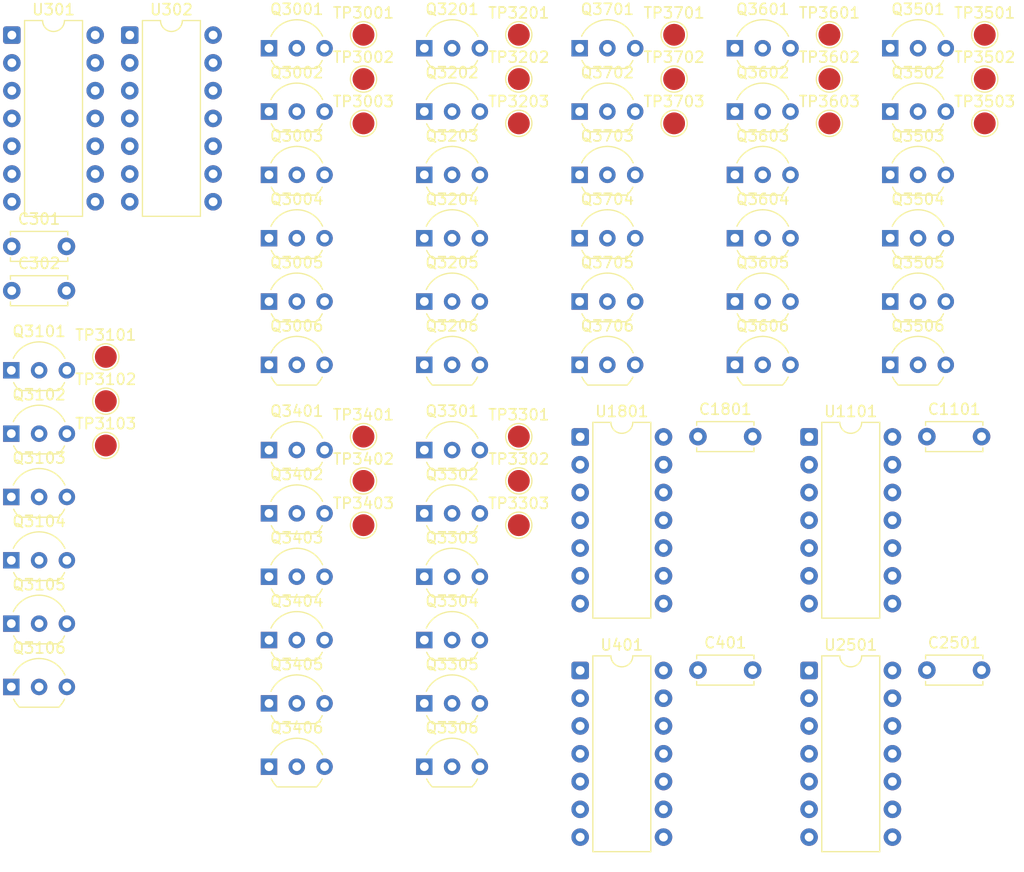
<source format=kicad_pcb>
(kicad_pcb (version 20241229) (generator "pcbnew") (generator_version "9.0")
  (layers (0 "F.Cu" signal) (2 "B.Cu" signal) (13 "F.Paste" user) (15 "B.Paste" user) (5 "F.SilkS" user "F.Silkscreen") (7 "B.SilkS" user "B.Silkscreen") (1 "F.Mask" user) (3 "B.Mask" user) (25 "Edge.Cuts" user))
  (net 0 "")
  (net 1 "GND")
  (net 2 "VCC")
  (net 3 "/8_and/A_0")
  (net 4 "Net-(Q3001-D)")
  (net 5 "Net-(Q3002-S)")
  (net 6 "/8_and/B_0")
  (net 7 "/8_and/AND_0")
  (net 8 "Net-(Q3101-D)")
  (net 9 "/8_and/A_1")
  (net 10 "Net-(Q3102-S)")
  (net 11 "/8_and/B_1")
  (net 12 "/8_and/AND_1")
  (net 13 "/8_and/A_2")
  (net 14 "Net-(Q3201-D)")
  (net 15 "Net-(Q3202-S)")
  (net 16 "/8_and/B_2")
  (net 17 "/8_and/AND_2")
  (net 18 "Net-(Q3301-D)")
  (net 19 "/8_and/A_3")
  (net 20 "Net-(Q3302-S)")
  (net 21 "/8_and/B_3")
  (net 22 "/8_and/AND_3")
  (net 23 "Net-(Q3401-D)")
  (net 24 "/8_and/A_4")
  (net 25 "/8_and/B_4")
  (net 26 "Net-(Q3402-S)")
  (net 27 "/8_and/AND_4")
  (net 28 "Net-(Q3501-D)")
  (net 29 "/8_and/A_5")
  (net 30 "Net-(Q3502-S)")
  (net 31 "/8_and/B_5")
  (net 32 "/8_and/AND_5")
  (net 33 "Net-(Q3601-D)")
  (net 34 "/8_and/A_6")
  (net 35 "Net-(Q3602-S)")
  (net 36 "/8_and/B_6")
  (net 37 "/8_and/AND_6")
  (net 38 "Net-(Q3701-D)")
  (net 39 "/8_and/A_7")
  (net 40 "/8_and/B_7")
  (net 41 "Net-(Q3702-S)")
  (net 42 "/8_and/AND_7")
  (net 43 "/add-sub/2adder1/B_1")
  (net 44 "/add-sub/CTL_ADD_SUB")
  (net 45 "/add-sub/B_2")
  (net 46 "/add-sub/B_1")
  (net 47 "/add-sub/2adder1/B_0")
  (net 48 "/add-sub/B_3")
  (net 49 "/add-sub/B_0")
  (net 50 "/add-sub/2adder2/B_1")
  (net 51 "/add-sub/2adder2/B_0")
  (net 52 "/add-sub/B_7")
  (net 53 "/add-sub/2adder4/B_0")
  (net 54 "/add-sub/B_5")
  (net 55 "/add-sub/B_4")
  (net 56 "/add-sub/B_6")
  (net 57 "/add-sub/2adder3/B_1")
  (net 58 "/add-sub/2adder3/B_0")
  (net 59 "/add-sub/2adder4/B_1")
  (net 60 "Net-(U401-Pad12)")
  (net 61 "Net-(U401-Pad3)")
  (net 62 "/add-sub/A_1")
  (net 63 "/add-sub/S_0")
  (net 64 "/add-sub/S_1")
  (net 65 "/add-sub/2adder1/C_1")
  (net 66 "/add-sub/A_0")
  (net 67 "Net-(U1101-Pad3)")
  (net 68 "/add-sub/2adder2/C_1")
  (net 69 "Net-(U1101-Pad12)")
  (net 70 "/add-sub/S_3")
  (net 71 "/add-sub/2adder1/C_2")
  (net 72 "/add-sub/S_2")
  (net 73 "/add-sub/A_3")
  (net 74 "/add-sub/A_2")
  (net 75 "/add-sub/S_4")
  (net 76 "Net-(U1801-Pad3)")
  (net 77 "/add-sub/2adder2/C_2")
  (net 78 "Net-(U1801-Pad12)")
  (net 79 "/add-sub/A_5")
  (net 80 "/add-sub/A_4")
  (net 81 "/add-sub/S_5")
  (net 82 "/add-sub/2adder3/C_1")
  (net 83 "Net-(U2501-Pad3)")
  (net 84 "Net-(U2501-Pad12)")
  (net 85 "/add-sub/A_6")
  (net 86 "/add-sub/2adder3/C_2")
  (net 87 "/add-sub/S_7")
  (net 88 "/add-sub/2adder4/C_1")
  (net 89 "/add-sub/A_7")
  (net 90 "/add-sub/S_6")
  (footprint "TestPoint:TestPoint_Pad_D2.0mm" (layer "F.Cu") (at 86.08 73.69)
    (property "Reference" "TP3103" (at 0 -1.998 0) (layer "F.SilkS"))
    (property "Value" "AND_OUT")
    (pad "1" smd circle (at 0 0) (size 2 2) (layers "F.Cu" "F.Mask") (net 12 "/8_and/AND_1"))
  )
  (footprint "Package_TO_SOT_THT:TO-92_Inline_Wide" (layer "F.Cu") (at 115.2 97.27)
    (property "Reference" "Q3305" (at 2.54 -3.56 0) (layer "F.SilkS"))
    (property "Value" "PMOS")
    (pad "1" thru_hole rect (at 0 0) (size 1.5 1.5) (drill 0.8) (layers "*.Cu" "*.Mask") (net 22 "/8_and/AND_3"))
    (pad "2" thru_hole circle (at 2.54 0) (size 1.5 1.5) (drill 0.8) (layers "*.Cu" "*.Mask") (net 18 "Net-(Q3301-D)"))
    (pad "3" thru_hole circle (at 5.08 0) (size 1.5 1.5) (drill 0.8) (layers "*.Cu" "*.Mask") (net 2 "VCC"))
  )
  (footprint "Package_TO_SOT_THT:TO-92_Inline_Wide" (layer "F.Cu") (at 143.6 37.37)
    (property "Reference" "Q3601" (at 2.54 -3.56 0) (layer "F.SilkS"))
    (property "Value" "PMOS")
    (pad "1" thru_hole rect (at 0 0) (size 1.5 1.5) (drill 0.8) (layers "*.Cu" "*.Mask") (net 33 "Net-(Q3601-D)"))
    (pad "2" thru_hole circle (at 2.54 0) (size 1.5 1.5) (drill 0.8) (layers "*.Cu" "*.Mask") (net 34 "/8_and/A_6"))
    (pad "3" thru_hole circle (at 5.08 0) (size 1.5 1.5) (drill 0.8) (layers "*.Cu" "*.Mask") (net 2 "VCC"))
  )
  (footprint "Capacitor_THT:C_Disc_D5.0mm_W2.5mm_P5.00mm" (layer "F.Cu") (at 140.22 94.23)
    (property "Reference" "C401" (at 2.5 -2.5 0) (layer "F.SilkS"))
    (property "Value" "100nF")
    (pad "1" thru_hole circle (at 0 0) (size 1.6 1.6) (drill 0.8) (layers "*.Cu" "*.Mask") (net 2 "VCC"))
    (pad "2" thru_hole circle (at 5 0) (size 1.6 1.6) (drill 0.8) (layers "*.Cu" "*.Mask") (net 1 "GND"))
  )
  (footprint "TestPoint:TestPoint_Pad_D2.0mm" (layer "F.Cu") (at 109.64 44.24)
    (property "Reference" "TP3003" (at 0 -1.998 0) (layer "F.SilkS"))
    (property "Value" "AND_OUT")
    (pad "1" smd circle (at 0 0) (size 2 2) (layers "F.Cu" "F.Mask") (net 7 "/8_and/AND_0"))
  )
  (footprint "Capacitor_THT:C_Disc_D5.0mm_W2.5mm_P5.00mm" (layer "F.Cu") (at 161.15 94.23)
    (property "Reference" "C2501" (at 2.5 -2.5 0) (layer "F.SilkS"))
    (property "Value" "100nF")
    (pad "1" thru_hole circle (at 0 0) (size 1.6 1.6) (drill 0.8) (layers "*.Cu" "*.Mask") (net 2 "VCC"))
    (pad "2" thru_hole circle (at 5 0) (size 1.6 1.6) (drill 0.8) (layers "*.Cu" "*.Mask") (net 1 "GND"))
  )
  (footprint "Package_TO_SOT_THT:TO-92_Inline_Wide" (layer "F.Cu") (at 77.44 84.19)
    (property "Reference" "Q3104" (at 2.54 -3.56 0) (layer "F.SilkS"))
    (property "Value" "PMOS")
    (pad "1" thru_hole rect (at 0 0) (size 1.5 1.5) (drill 0.8) (layers "*.Cu" "*.Mask") (net 8 "Net-(Q3101-D)"))
    (pad "2" thru_hole circle (at 2.54 0) (size 1.5 1.5) (drill 0.8) (layers "*.Cu" "*.Mask") (net 11 "/8_and/B_1"))
    (pad "3" thru_hole circle (at 5.08 0) (size 1.5 1.5) (drill 0.8) (layers "*.Cu" "*.Mask") (net 2 "VCC"))
  )
  (footprint "TestPoint:TestPoint_Pad_D2.0mm" (layer "F.Cu") (at 123.84 76.93)
    (property "Reference" "TP3302" (at 0 -1.998 0) (layer "F.SilkS"))
    (property "Value" "AND_IN_B")
    (pad "1" smd circle (at 0 0) (size 2 2) (layers "F.Cu" "F.Mask") (net 21 "/8_and/B_3"))
  )
  (footprint "Package_TO_SOT_THT:TO-92_Inline_Wide" (layer "F.Cu") (at 77.44 66.82)
    (property "Reference" "Q3101" (at 2.54 -3.56 0) (layer "F.SilkS"))
    (property "Value" "PMOS")
    (pad "1" thru_hole rect (at 0 0) (size 1.5 1.5) (drill 0.8) (layers "*.Cu" "*.Mask") (net 8 "Net-(Q3101-D)"))
    (pad "2" thru_hole circle (at 2.54 0) (size 1.5 1.5) (drill 0.8) (layers "*.Cu" "*.Mask") (net 9 "/8_and/A_1"))
    (pad "3" thru_hole circle (at 5.08 0) (size 1.5 1.5) (drill 0.8) (layers "*.Cu" "*.Mask") (net 2 "VCC"))
  )
  (footprint "Package_TO_SOT_THT:TO-92_Inline_Wide" (layer "F.Cu") (at 115.2 54.74)
    (property "Reference" "Q3204" (at 2.54 -3.56 0) (layer "F.SilkS"))
    (property "Value" "PMOS")
    (pad "1" thru_hole rect (at 0 0) (size 1.5 1.5) (drill 0.8) (layers "*.Cu" "*.Mask") (net 14 "Net-(Q3201-D)"))
    (pad "2" thru_hole circle (at 2.54 0) (size 1.5 1.5) (drill 0.8) (layers "*.Cu" "*.Mask") (net 16 "/8_and/B_2"))
    (pad "3" thru_hole circle (at 5.08 0) (size 1.5 1.5) (drill 0.8) (layers "*.Cu" "*.Mask") (net 2 "VCC"))
  )
  (footprint "Package_TO_SOT_THT:TO-92_Inline_Wide" (layer "F.Cu") (at 129.4 37.37)
    (property "Reference" "Q3701" (at 2.54 -3.56 0) (layer "F.SilkS"))
    (property "Value" "PMOS")
    (pad "1" thru_hole rect (at 0 0) (size 1.5 1.5) (drill 0.8) (layers "*.Cu" "*.Mask") (net 38 "Net-(Q3701-D)"))
    (pad "2" thru_hole circle (at 2.54 0) (size 1.5 1.5) (drill 0.8) (layers "*.Cu" "*.Mask") (net 39 "/8_and/A_7"))
    (pad "3" thru_hole circle (at 5.08 0) (size 1.5 1.5) (drill 0.8) (layers "*.Cu" "*.Mask") (net 2 "VCC"))
  )
  (footprint "Package_TO_SOT_THT:TO-92_Inline_Wide" (layer "F.Cu") (at 101 85.69)
    (property "Reference" "Q3403" (at 2.54 -3.56 0) (layer "F.SilkS"))
    (property "Value" "NMOS")
    (pad "1" thru_hole rect (at 0 0) (size 1.5 1.5) (drill 0.8) (layers "*.Cu" "*.Mask") (net 26 "Net-(Q3402-S)"))
    (pad "2" thru_hole circle (at 2.54 0) (size 1.5 1.5) (drill 0.8) (layers "*.Cu" "*.Mask") (net 24 "/8_and/A_4"))
    (pad "3" thru_hole circle (at 5.08 0) (size 1.5 1.5) (drill 0.8) (layers "*.Cu" "*.Mask") (net 1 "GND"))
  )
  (footprint "Package_DIP:DIP-14_W7.62mm" (layer "F.Cu") (at 129.45 94.26)
    (property "Reference" "U401" (at 3.81 -2.33 0) (layer "F.SilkS"))
    (property "Value" "74HC86")
    (pad "1" thru_hole roundrect (at 0 0) (size 1.6 1.6) (drill 0.8) (layers "*.Cu" "*.Mask") (roundrect_rratio 0.15625) (net 66 "/add-sub/A_0"))
    (pad "2" thru_hole circle (at 0 2.54) (size 1.6 1.6) (drill 0.8) (layers "*.Cu" "*.Mask") (net 47 "/add-sub/2adder1/B_0"))
    (pad "3" thru_hole circle (at 0 5.08) (size 1.6 1.6) (drill 0.8) (layers "*.Cu" "*.Mask") (net 61 "Net-(U401-Pad3)"))
    (pad "4" thru_hole circle (at 0 7.62) (size 1.6 1.6) (drill 0.8) (layers "*.Cu" "*.Mask") (net 61 "Net-(U401-Pad3)"))
    (pad "5" thru_hole circle (at 0 10.16) (size 1.6 1.6) (drill 0.8) (layers "*.Cu" "*.Mask") (net 44 "/add-sub/CTL_ADD_SUB"))
    (pad "6" thru_hole circle (at 0 12.7) (size 1.6 1.6) (drill 0.8) (layers "*.Cu" "*.Mask") (net 63 "/add-sub/S_0"))
    (pad "7" thru_hole circle (at 0 15.24) (size 1.6 1.6) (drill 0.8) (layers "*.Cu" "*.Mask") (net 1 "GND"))
    (pad "8" thru_hole circle (at 7.62 15.24) (size 1.6 1.6) (drill 0.8) (layers "*.Cu" "*.Mask") (net 60 "Net-(U401-Pad12)"))
    (pad "9" thru_hole circle (at 7.62 12.7) (size 1.6 1.6) (drill 0.8) (layers "*.Cu" "*.Mask") (net 62 "/add-sub/A_1"))
    (pad "10" thru_hole circle (at 7.62 10.16) (size 1.6 1.6) (drill 0.8) (layers "*.Cu" "*.Mask") (net 43 "/add-sub/2adder1/B_1"))
    (pad "11" thru_hole circle (at 7.62 7.62) (size 1.6 1.6) (drill 0.8) (layers "*.Cu" "*.Mask") (net 64 "/add-sub/S_1"))
    (pad "12" thru_hole circle (at 7.62 5.08) (size 1.6 1.6) (drill 0.8) (layers "*.Cu" "*.Mask") (net 60 "Net-(U401-Pad12)"))
    (pad "13" thru_hole circle (at 7.62 2.54) (size 1.6 1.6) (drill 0.8) (layers "*.Cu" "*.Mask") (net 65 "/add-sub/2adder1/C_1"))
    (pad "14" thru_hole circle (at 7.62 0) (size 1.6 1.6) (drill 0.8) (layers "*.Cu" "*.Mask") (net 2 "VCC"))
  )
  (footprint "Capacitor_THT:C_Disc_D5.0mm_W2.5mm_P5.00mm" (layer "F.Cu") (at 77.48 59.54)
    (property "Reference" "C302" (at 2.5 -2.5 0) (layer "F.SilkS"))
    (property "Value" "100nF")
    (pad "1" thru_hole circle (at 0 0) (size 1.6 1.6) (drill 0.8) (layers "*.Cu" "*.Mask") (net 2 "VCC"))
    (pad "2" thru_hole circle (at 5 0) (size 1.6 1.6) (drill 0.8) (layers "*.Cu" "*.Mask") (net 1 "GND"))
  )
  (footprint "Package_TO_SOT_THT:TO-92_Inline_Wide" (layer "F.Cu") (at 101 43.16)
    (property "Reference" "Q3002" (at 2.54 -3.56 0) (layer "F.SilkS"))
    (property "Value" "NMOS")
    (pad "1" thru_hole rect (at 0 0) (size 1.5 1.5) (drill 0.8) (layers "*.Cu" "*.Mask") (net 4 "Net-(Q3001-D)"))
    (pad "2" thru_hole circle (at 2.54 0) (size 1.5 1.5) (drill 0.8) (layers "*.Cu" "*.Mask") (net 6 "/8_and/B_0"))
    (pad "3" thru_hole circle (at 5.08 0) (size 1.5 1.5) (drill 0.8) (layers "*.Cu" "*.Mask") (net 5 "Net-(Q3002-S)"))
  )
  (footprint "Capacitor_THT:C_Disc_D5.0mm_W2.5mm_P5.00mm" (layer "F.Cu") (at 140.22 72.88)
    (property "Reference" "C1801" (at 2.5 -2.5 0) (layer "F.SilkS"))
    (property "Value" "100nF")
    (pad "1" thru_hole circle (at 0 0) (size 1.6 1.6) (drill 0.8) (layers "*.Cu" "*.Mask") (net 2 "VCC"))
    (pad "2" thru_hole circle (at 5 0) (size 1.6 1.6) (drill 0.8) (layers "*.Cu" "*.Mask") (net 1 "GND"))
  )
  (footprint "Package_TO_SOT_THT:TO-92_Inline_Wide" (layer "F.Cu") (at 129.4 48.95)
    (property "Reference" "Q3703" (at 2.54 -3.56 0) (layer "F.SilkS"))
    (property "Value" "NMOS")
    (pad "1" thru_hole rect (at 0 0) (size 1.5 1.5) (drill 0.8) (layers "*.Cu" "*.Mask") (net 41 "Net-(Q3702-S)"))
    (pad "2" thru_hole circle (at 2.54 0) (size 1.5 1.5) (drill 0.8) (layers "*.Cu" "*.Mask") (net 39 "/8_and/A_7"))
    (pad "3" thru_hole circle (at 5.08 0) (size 1.5 1.5) (drill 0.8) (layers "*.Cu" "*.Mask") (net 1 "GND"))
  )
  (footprint "TestPoint:TestPoint_Pad_D2.0mm" (layer "F.Cu") (at 138.04 36.14)
    (property "Reference" "TP3701" (at 0 -1.998 0) (layer "F.SilkS"))
    (property "Value" "AND_IN_A")
    (pad "1" smd circle (at 0 0) (size 2 2) (layers "F.Cu" "F.Mask") (net 39 "/8_and/A_7"))
  )
  (footprint "Package_TO_SOT_THT:TO-92_Inline_Wide" (layer "F.Cu") (at 157.8 54.74)
    (property "Reference" "Q3504" (at 2.54 -3.56 0) (layer "F.SilkS"))
    (property "Value" "PMOS")
    (pad "1" thru_hole rect (at 0 0) (size 1.5 1.5) (drill 0.8) (layers "*.Cu" "*.Mask") (net 28 "Net-(Q3501-D)"))
    (pad "2" thru_hole circle (at 2.54 0) (size 1.5 1.5) (drill 0.8) (layers "*.Cu" "*.Mask") (net 31 "/8_and/B_5"))
    (pad "3" thru_hole circle (at 5.08 0) (size 1.5 1.5) (drill 0.8) (layers "*.Cu" "*.Mask") (net 2 "VCC"))
  )
  (footprint "TestPoint:TestPoint_Pad_D2.0mm" (layer "F.Cu") (at 138.04 44.24)
    (property "Reference" "TP3703" (at 0 -1.998 0) (layer "F.SilkS"))
    (property "Value" "AND_OUT")
    (pad "1" smd circle (at 0 0) (size 2 2) (layers "F.Cu" "F.Mask") (net 42 "/8_and/AND_7"))
  )
  (footprint "TestPoint:TestPoint_Pad_D2.0mm" (layer "F.Cu") (at 166.44 36.14)
    (property "Reference" "TP3501" (at 0 -1.998 0) (layer "F.SilkS"))
    (property "Value" "AND_IN_A")
    (pad "1" smd circle (at 0 0) (size 2 2) (layers "F.Cu" "F.Mask") (net 29 "/8_and/A_5"))
  )
  (footprint "Package_TO_SOT_THT:TO-92_Inline_Wide" (layer "F.Cu") (at 77.44 95.77)
    (property "Reference" "Q3106" (at 2.54 -3.56 0) (layer "F.SilkS"))
    (property "Value" "NMOS")
    (pad "1" thru_hole rect (at 0 0) (size 1.5 1.5) (drill 0.8) (layers "*.Cu" "*.Mask") (net 12 "/8_and/AND_1"))
    (pad "2" thru_hole circle (at 2.54 0) (size 1.5 1.5) (drill 0.8) (layers "*.Cu" "*.Mask") (net 8 "Net-(Q3101-D)"))
    (pad "3" thru_hole circle (at 5.08 0) (size 1.5 1.5) (drill 0.8) (layers "*.Cu" "*.Mask") (net 1 "GND"))
  )
  (footprint "Package_DIP:DIP-14_W7.62mm" (layer "F.Cu") (at 129.45 72.91)
    (property "Reference" "U1801" (at 3.81 -2.33 0) (layer "F.SilkS"))
    (property "Value" "74HC86")
    (pad "1" thru_hole roundrect (at 0 0) (size 1.6 1.6) (drill 0.8) (layers "*.Cu" "*.Mask") (roundrect_rratio 0.15625) (net 80 "/add-sub/A_4"))
    (pad "2" thru_hole circle (at 0 2.54) (size 1.6 1.6) (drill 0.8) (layers "*.Cu" "*.Mask") (net 58 "/add-sub/2adder3/B_0"))
    (pad "3" thru_hole circle (at 0 5.08) (size 1.6 1.6) (drill 0.8) (layers "*.Cu" "*.Mask") (net 76 "Net-(U1801-Pad3)"))
    (pad "4" thru_hole circle (at 0 7.62) (size 1.6 1.6) (drill 0.8) (layers "*.Cu" "*.Mask") (net 76 "Net-(U1801-Pad3)"))
    (pad "5" thru_hole circle (at 0 10.16) (size 1.6 1.6) (drill 0.8) (layers "*.Cu" "*.Mask") (net 77 "/add-sub/2adder2/C_2"))
    (pad "6" thru_hole circle (at 0 12.7) (size 1.6 1.6) (drill 0.8) (layers "*.Cu" "*.Mask") (net 75 "/add-sub/S_4"))
    (pad "7" thru_hole circle (at 0 15.24) (size 1.6 1.6) (drill 0.8) (layers "*.Cu" "*.Mask") (net 1 "GND"))
    (pad "8" thru_hole circle (at 7.62 15.24) (size 1.6 1.6) (drill 0.8) (layers "*.Cu" "*.Mask") (net 78 "Net-(U1801-Pad12)"))
    (pad "9" thru_hole circle (at 7.62 12.7) (size 1.6 1.6) (drill 0.8) (layers "*.Cu" "*.Mask") (net 79 "/add-sub/A_5"))
    (pad "10" thru_hole circle (at 7.62 10.16) (size 1.6 1.6) (drill 0.8) (layers "*.Cu" "*.Mask") (net 57 "/add-sub/2adder3/B_1"))
    (pad "11" thru_hole circle (at 7.62 7.62) (size 1.6 1.6) (drill 0.8) (layers "*.Cu" "*.Mask") (net 81 "/add-sub/S_5"))
    (pad "12" thru_hole circle (at 7.62 5.08) (size 1.6 1.6) (drill 0.8) (layers "*.Cu" "*.Mask") (net 78 "Net-(U1801-Pad12)"))
    (pad "13" thru_hole circle (at 7.62 2.54) (size 1.6 1.6) (drill 0.8) (layers "*.Cu" "*.Mask") (net 82 "/add-sub/2adder3/C_1"))
    (pad "14" thru_hole circle (at 7.62 0) (size 1.6 1.6) (drill 0.8) (layers "*.Cu" "*.Mask") (net 2 "VCC"))
  )
  (footprint "Package_TO_SOT_THT:TO-92_Inline_Wide" (layer "F.Cu") (at 77.44 89.98)
    (property "Reference" "Q3105" (at 2.54 -3.56 0) (layer "F.SilkS"))
    (property "Value" "PMOS")
    (pad "1" thru_hole rect (at 0 0) (size 1.5 1.5) (drill 0.8) (layers "*.Cu" "*.Mask") (net 12 "/8_and/AND_1"))
    (pad "2" thru_hole circle (at 2.54 0) (size 1.5 1.5) (drill 0.8) (layers "*.Cu" "*.Mask") (net 8 "Net-(Q3101-D)"))
    (pad "3" thru_hole circle (at 5.08 0) (size 1.5 1.5) (drill 0.8) (layers "*.Cu" "*.Mask") (net 2 "VCC"))
  )
  (footprint "TestPoint:TestPoint_Pad_D2.0mm" (layer "F.Cu") (at 152.24 44.24)
    (property "Reference" "TP3603" (at 0 -1.998 0) (layer "F.SilkS"))
    (property "Value" "AND_OUT")
    (pad "1" smd circle (at 0 0) (size 2 2) (layers "F.Cu" "F.Mask") (net 37 "/8_and/AND_6"))
  )
  (footprint "TestPoint:TestPoint_Pad_D2.0mm" (layer "F.Cu") (at 123.84 36.14)
    (property "Reference" "TP3201" (at 0 -1.998 0) (layer "F.SilkS"))
    (property "Value" "AND_IN_A")
    (pad "1" smd circle (at 0 0) (size 2 2) (layers "F.Cu" "F.Mask") (net 13 "/8_and/A_2"))
  )
  (footprint "Package_TO_SOT_THT:TO-92_Inline_Wide" (layer "F.Cu") (at 157.8 66.32)
    (property "Reference" "Q3506" (at 2.54 -3.56 0) (layer "F.SilkS"))
    (property "Value" "NMOS")
    (pad "1" thru_hole rect (at 0 0) (size 1.5 1.5) (drill 0.8) (layers "*.Cu" "*.Mask") (net 32 "/8_and/AND_5"))
    (pad "2" thru_hole circle (at 2.54 0) (size 1.5 1.5) (drill 0.8) (layers "*.Cu" "*.Mask") (net 28 "Net-(Q3501-D)"))
    (pad "3" thru_hole circle (at 5.08 0) (size 1.5 1.5) (drill 0.8) (layers "*.Cu" "*.Mask") (net 1 "GND"))
  )
  (footprint "Package_TO_SOT_THT:TO-92_Inline_Wide" (layer "F.Cu") (at 143.6 60.53)
    (property "Reference" "Q3605" (at 2.54 -3.56 0) (layer "F.SilkS"))
    (property "Value" "PMOS")
    (pad "1" thru_hole rect (at 0 0) (size 1.5 1.5) (drill 0.8) (layers "*.Cu" "*.Mask") (net 37 "/8_and/AND_6"))
    (pad "2" thru_hole circle (at 2.54 0) (size 1.5 1.5) (drill 0.8) (layers "*.Cu" "*.Mask") (net 33 "Net-(Q3601-D)"))
    (pad "3" thru_hole circle (at 5.08 0) (size 1.5 1.5) (drill 0.8) (layers "*.Cu" "*.Mask") (net 2 "VCC"))
  )
  (footprint "Package_DIP:DIP-14_W7.62mm" (layer "F.Cu") (at 77.49 36.17)
    (property "Reference" "U301" (at 3.81 -2.33 0) (layer "F.SilkS"))
    (property "Value" "74HC86")
    (pad "1" thru_hole roundrect (at 0 0) (size 1.6 1.6) (drill 0.8) (layers "*.Cu" "*.Mask") (roundrect_rratio 0.15625) (net 44 "/add-sub/CTL_ADD_SUB"))
    (pad "2" thru_hole circle (at 0 2.54) (size 1.6 1.6) (drill 0.8) (layers "*.Cu" "*.Mask") (net 49 "/add-sub/B_0"))
    (pad "3" thru_hole circle (at 0 5.08) (size 1.6 1.6) (drill 0.8) (layers "*.Cu" "*.Mask") (net 47 "/add-sub/2adder1/B_0"))
    (pad "4" thru_hole circle (at 0 7.62) (size 1.6 1.6) (drill 0.8) (layers "*.Cu" "*.Mask") (net 44 "/add-sub/CTL_ADD_SUB"))
    (pad "5" thru_hole circle (at 0 10.16) (size 1.6 1.6) (drill 0.8) (layers "*.Cu" "*.Mask") (net 46 "/add-sub/B_1"))
    (pad "6" thru_hole circle (at 0 12.7) (size 1.6 1.6) (drill 0.8) (layers "*.Cu" "*.Mask") (net 43 "/add-sub/2adder1/B_1"))
    (pad "7" thru_hole circle (at 0 15.24) (size 1.6 1.6) (drill 0.8) (layers "*.Cu" "*.Mask") (net 1 "GND"))
    (pad "8" thru_hole circle (at 7.62 15.24) (size 1.6 1.6) (drill 0.8) (layers "*.Cu" "*.Mask") (net 51 "/add-sub/2adder2/B_0"))
    (pad "9" thru_hole circle (at 7.62 12.7) (size 1.6 1.6) (drill 0.8) (layers "*.Cu" "*.Mask") (net 44 "/add-sub/CTL_ADD_SUB"))
    (pad "10" thru_hole circle (at 7.62 10.16) (size 1.6 1.6) (drill 0.8) (layers "*.Cu" "*.Mask") (net 45 "/add-sub/B_2"))
    (pad "11" thru_hole circle (at 7.62 7.62) (size 1.6 1.6) (drill 0.8) (layers "*.Cu" "*.Mask") (net 50 "/add-sub/2adder2/B_1"))
    (pad "12" thru_hole circle (at 7.62 5.08) (size 1.6 1.6) (drill 0.8) (layers "*.Cu" "*.Mask") (net 44 "/add-sub/CTL_ADD_SUB"))
    (pad "13" thru_hole circle (at 7.62 2.54) (size 1.6 1.6) (drill 0.8) (layers "*.Cu" "*.Mask") (net 48 "/add-sub/B_3"))
    (pad "14" thru_hole circle (at 7.62 0) (size 1.6 1.6) (drill 0.8) (layers "*.Cu" "*.Mask") (net 2 "VCC"))
  )
  (footprint "TestPoint:TestPoint_Pad_D2.0mm" (layer "F.Cu") (at 166.44 40.19)
    (property "Reference" "TP3502" (at 0 -1.998 0) (layer "F.SilkS"))
    (property "Value" "AND_IN_B")
    (pad "1" smd circle (at 0 0) (size 2 2) (layers "F.Cu" "F.Mask") (net 31 "/8_and/B_5"))
  )
  (footprint "Package_TO_SOT_THT:TO-92_Inline_Wide" (layer "F.Cu") (at 129.4 60.53)
    (property "Reference" "Q3705" (at 2.54 -3.56 0) (layer "F.SilkS"))
    (property "Value" "PMOS")
    (pad "1" thru_hole rect (at 0 0) (size 1.5 1.5) (drill 0.8) (layers "*.Cu" "*.Mask") (net 42 "/8_and/AND_7"))
    (pad "2" thru_hole circle (at 2.54 0) (size 1.5 1.5) (drill 0.8) (layers "*.Cu" "*.Mask") (net 38 "Net-(Q3701-D)"))
    (pad "3" thru_hole circle (at 5.08 0) (size 1.5 1.5) (drill 0.8) (layers "*.Cu" "*.Mask") (net 2 "VCC"))
  )
  (footprint "Capacitor_THT:C_Disc_D5.0mm_W2.5mm_P5.00mm" (layer "F.Cu") (at 161.15 72.88)
    (property "Reference" "C1101" (at 2.5 -2.5 0) (layer "F.SilkS"))
    (property "Value" "100nF")
    (pad "1" thru_hole circle (at 0 0) (size 1.6 1.6) (drill 0.8) (layers "*.Cu" "*.Mask") (net 2 "VCC"))
    (pad "2" thru_hole circle (at 5 0) (size 1.6 1.6) (drill 0.8) (layers "*.Cu" "*.Mask") (net 1 "GND"))
  )
  (footprint "Package_TO_SOT_THT:TO-92_Inline_Wide" (layer "F.Cu") (at 101 66.32)
    (property "Reference" "Q3006" (at 2.54 -3.56 0) (layer "F.SilkS"))
    (property "Value" "NMOS")
    (pad "1" thru_hole rect (at 0 0) (size 1.5 1.5) (drill 0.8) (layers "*.Cu" "*.Mask") (net 7 "/8_and/AND_0"))
    (pad "2" thru_hole circle (at 2.54 0) (size 1.5 1.5) (drill 0.8) (layers "*.Cu" "*.Mask") (net 4 "Net-(Q3001-D)"))
    (pad "3" thru_hole circle (at 5.08 0) (size 1.5 1.5) (drill 0.8) (layers "*.Cu" "*.Mask") (net 1 "GND"))
  )
  (footprint "TestPoint:TestPoint_Pad_D2.0mm" (layer "F.Cu") (at 123.84 80.98)
    (property "Reference" "TP3303" (at 0 -1.998 0) (layer "F.SilkS"))
    (property "Value" "AND_OUT")
    (pad "1" smd circle (at 0 0) (size 2 2) (layers "F.Cu" "F.Mask") (net 22 "/8_and/AND_3"))
  )
  (footprint "Package_TO_SOT_THT:TO-92_Inline_Wide" (layer "F.Cu") (at 129.4 43.16)
    (property "Reference" "Q3702" (at 2.54 -3.56 0) (layer "F.SilkS"))
    (property "Value" "NMOS")
    (pad "1" thru_hole rect (at 0 0) (size 1.5 1.5) (drill 0.8) (layers "*.Cu" "*.Mask") (net 38 "Net-(Q3701-D)"))
    (pad "2" thru_hole circle (at 2.54 0) (size 1.5 1.5) (drill 0.8) (layers "*.Cu" "*.Mask") (net 40 "/8_and/B_7"))
    (pad "3" thru_hole circle (at 5.08 0) (size 1.5 1.5) (drill 0.8) (layers "*.Cu" "*.Mask") (net 41 "Net-(Q3702-S)"))
  )
  (footprint "TestPoint:TestPoint_Pad_D2.0mm" (layer "F.Cu") (at 123.84 44.24)
    (property "Reference" "TP3203" (at 0 -1.998 0) (layer "F.SilkS"))
    (property "Value" "AND_OUT")
    (pad "1" smd circle (at 0 0) (size 2 2) (layers "F.Cu" "F.Mask") (net 17 "/8_and/AND_2"))
  )
  (footprint "Package_TO_SOT_THT:TO-92_Inline_Wide" (layer "F.Cu") (at 143.6 43.16)
    (property "Reference" "Q3602" (at 2.54 -3.56 0) (layer "F.SilkS"))
    (property "Value" "NMOS")
    (pad "1" thru_hole rect (at 0 0) (size 1.5 1.5) (drill 0.8) (layers "*.Cu" "*.Mask") (net 33 "Net-(Q3601-D)"))
    (pad "2" thru_hole circle (at 2.54 0) (size 1.5 1.5) (drill 0.8) (layers "*.Cu" "*.Mask") (net 36 "/8_and/B_6"))
    (pad "3" thru_hole circle (at 5.08 0) (size 1.5 1.5) (drill 0.8) (layers "*.Cu" "*.Mask") (net 35 "Net-(Q3602-S)"))
  )
  (footprint "Package_TO_SOT_THT:TO-92_Inline_Wide" (layer "F.Cu") (at 101 54.74)
    (property "Reference" "Q3004" (at 2.54 -3.56 0) (layer "F.SilkS"))
    (property "Value" "PMOS")
    (pad "1" thru_hole rect (at 0 0) (size 1.5 1.5) (drill 0.8) (layers "*.Cu" "*.Mask") (net 4 "Net-(Q3001-D)"))
    (pad "2" thru_hole circle (at 2.54 0) (size 1.5 1.5) (drill 0.8) (layers "*.Cu" "*.Mask") (net 6 "/8_and/B_0"))
    (pad "3" thru_hole circle (at 5.08 0) (size 1.5 1.5) (drill 0.8) (layers "*.Cu" "*.Mask") (net 2 "VCC"))
  )
  (footprint "TestPoint:TestPoint_Pad_D2.0mm" (layer "F.Cu") (at 109.64 80.98)
    (property "Reference" "TP3403" (at 0 -1.998 0) (layer "F.SilkS"))
    (property "Value" "AND_OUT")
    (pad "1" smd circle (at 0 0) (size 2 2) (layers "F.Cu" "F.Mask") (net 27 "/8_and/AND_4"))
  )
  (footprint "Package_DIP:DIP-14_W7.62mm" (layer "F.Cu") (at 88.27 36.17)
    (property "Reference" "U302" (at 3.81 -2.33 0) (layer "F.SilkS"))
    (property "Value" "74HC86")
    (pad "1" thru_hole roundrect (at 0 0) (size 1.6 1.6) (drill 0.8) (layers "*.Cu" "*.Mask") (roundrect_rratio 0.15625) (net 44 "/add-sub/CTL_ADD_SUB"))
    (pad "2" thru_hole circle (at 0 2.54) (size 1.6 1.6) (drill 0.8) (layers "*.Cu" "*.Mask") (net 55 "/add-sub/B_4"))
    (pad "3" thru_hole circle (at 0 5.08) (size 1.6 1.6) (drill 0.8) (layers "*.Cu" "*.Mask") (net 58 "/add-sub/2adder3/B_0"))
    (pad "4" thru_hole circle (at 0 7.62) (size 1.6 1.6) (drill 0.8) (layers "*.Cu" "*.Mask") (net 44 "/add-sub/CTL_ADD_SUB"))
    (pad "5" thru_hole circle (at 0 10.16) (size 1.6 1.6) (drill 0.8) (layers "*.Cu" "*.Mask") (net 54 "/add-sub/B_5"))
    (pad "6" thru_hole circle (at 0 12.7) (size 1.6 1.6) (drill 0.8) (layers "*.Cu" "*.Mask") (net 57 "/add-sub/2adder3/B_1"))
    (pad "7" thru_hole circle (at 0 15.24) (size 1.6 1.6) (drill 0.8) (layers "*.Cu" "*.Mask") (net 1 "GND"))
    (pad "8" thru_hole circle (at 7.62 15.24) (size 1.6 1.6) (drill 0.8) (layers "*.Cu" "*.Mask") (net 53 "/add-sub/2adder4/B_0"))
    (pad "9" thru_hole circle (at 7.62 12.7) (size 1.6 1.6) (drill 0.8) (layers "*.Cu" "*.Mask") (net 44 "/add-sub/CTL_ADD_SUB"))
    (pad "10" thru_hole circle (at 7.62 10.16) (size 1.6 1.6) (drill 0.8) (layers "*.Cu" "*.Mask") (net 56 "/add-sub/B_6"))
    (pad "11" thru_hole circle (at 7.62 7.62) (size 1.6 1.6) (drill 0.8) (layers "*.Cu" "*.Mask") (net 59 "/add-sub/2adder4/B_1"))
    (pad "12" thru_hole circle (at 7.62 5.08) (size 1.6 1.6) (drill 0.8) (layers "*.Cu" "*.Mask") (net 44 "/add-sub/CTL_ADD_SUB"))
    (pad "13" thru_hole circle (at 7.62 2.54) (size 1.6 1.6) (drill 0.8) (layers "*.Cu" "*.Mask") (net 52 "/add-sub/B_7"))
    (pad "14" thru_hole circle (at 7.62 0) (size 1.6 1.6) (drill 0.8) (layers "*.Cu" "*.Mask") (net 2 "VCC"))
  )
  (footprint "Package_TO_SOT_THT:TO-92_Inline_Wide" (layer "F.Cu") (at 101 37.37)
    (property "Reference" "Q3001" (at 2.54 -3.56 0) (layer "F.SilkS"))
    (property "Value" "PMOS")
    (pad "1" thru_hole rect (at 0 0) (size 1.5 1.5) (drill 0.8) (layers "*.Cu" "*.Mask") (net 4 "Net-(Q3001-D)"))
    (pad "2" thru_hole circle (at 2.54 0) (size 1.5 1.5) (drill 0.8) (layers "*.Cu" "*.Mask") (net 3 "/8_and/A_0"))
    (pad "3" thru_hole circle (at 5.08 0) (size 1.5 1.5) (drill 0.8) (layers "*.Cu" "*.Mask") (net 2 "VCC"))
  )
  (footprint "Package_TO_SOT_THT:TO-92_Inline_Wide" (layer "F.Cu") (at 115.2 66.32)
    (property "Reference" "Q3206" (at 2.54 -3.56 0) (layer "F.SilkS"))
    (property "Value" "NMOS")
    (pad "1" thru_hole rect (at 0 0) (size 1.5 1.5) (drill 0.8) (layers "*.Cu" "*.Mask") (net 17 "/8_and/AND_2"))
    (pad "2" thru_hole circle (at 2.54 0) (size 1.5 1.5) (drill 0.8) (layers "*.Cu" "*.Mask") (net 14 "Net-(Q3201-D)"))
    (pad "3" thru_hole circle (at 5.08 0) (size 1.5 1.5) (drill 0.8) (layers "*.Cu" "*.Mask") (net 1 "GND"))
  )
  (footprint "Package_TO_SOT_THT:TO-92_Inline_Wide" (layer "F.Cu") (at 157.8 43.16)
    (property "Reference" "Q3502" (at 2.54 -3.56 0) (layer "F.SilkS"))
    (property "Value" "NMOS")
    (pad "1" thru_hole rect (at 0 0) (size 1.5 1.5) (drill 0.8) (layers "*.Cu" "*.Mask") (net 28 "Net-(Q3501-D)"))
    (pad "2" thru_hole circle (at 2.54 0) (size 1.5 1.5) (drill 0.8) (layers "*.Cu" "*.Mask") (net 31 "/8_and/B_5"))
    (pad "3" thru_hole circle (at 5.08 0) (size 1.5 1.5) (drill 0.8) (layers "*.Cu" "*.Mask") (net 30 "Net-(Q3502-S)"))
  )
  (footprint "Package_TO_SOT_THT:TO-92_Inline_Wide" (layer "F.Cu") (at 143.6 54.74)
    (property "Reference" "Q3604" (at 2.54 -3.56 0) (layer "F.SilkS"))
    (property "Value" "PMOS")
    (pad "1" thru_hole rect (at 0 0) (size 1.5 1.5) (drill 0.8) (layers "*.Cu" "*.Mask") (net 33 "Net-(Q3601-D)"))
    (pad "2" thru_hole circle (at 2.54 0) (size 1.5 1.5) (drill 0.8) (layers "*.Cu" "*.Mask") (net 36 "/8_and/B_6"))
    (pad "3" thru_hole circle (at 5.08 0) (size 1.5 1.5) (drill 0.8) (layers "*.Cu" "*.Mask") (net 2 "VCC"))
  )
  (footprint "TestPoint:TestPoint_Pad_D2.0mm" (layer "F.Cu") (at 123.84 72.88)
    (property "Reference" "TP3301" (at 0 -1.998 0) (layer "F.SilkS"))
    (property "Value" "AND_IN_A")
    (pad "1" smd circle (at 0 0) (size 2 2) (layers "F.Cu" "F.Mask") (net 19 "/8_and/A_3"))
  )
  (footprint "Package_TO_SOT_THT:TO-92_Inline_Wide" (layer "F.Cu") (at 115.2 48.95)
    (property "Reference" "Q3203" (at 2.54 -3.56 0) (layer "F.SilkS"))
    (property "Value" "NMOS")
    (pad "1" thru_hole rect (at 0 0) (size 1.5 1.5) (drill 0.8) (layers "*.Cu" "*.Mask") (net 15 "Net-(Q3202-S)"))
    (pad "2" thru_hole circle (at 2.54 0) (size 1.5 1.5) (drill 0.8) (layers "*.Cu" "*.Mask") (net 13 "/8_and/A_2"))
    (pad "3" thru_hole circle (at 5.08 0) (size 1.5 1.5) (drill 0.8) (layers "*.Cu" "*.Mask") (net 1 "GND"))
  )
  (footprint "Package_DIP:DIP-14_W7.62mm" (layer "F.Cu") (at 150.38 72.91)
    (property "Reference" "U1101" (at 3.81 -2.33 0) (layer "F.SilkS"))
    (property "Value" "74HC86")
    (pad "1" thru_hole roundrect (at 0 0) (size 1.6 1.6) (drill 0.8) (layers "*.Cu" "*.Mask") (roundrect_rratio 0.15625) (net 74 "/add-sub/A_2"))
    (pad "2" thru_hole circle (at 0 2.54) (size 1.6 1.6) (drill 0.8) (layers "*.Cu" "*.Mask") (net 51 "/add-sub/2adder2/B_0"))
    (pad "3" thru_hole circle (at 0 5.08) (size 1.6 1.6) (drill 0.8) (layers "*.Cu" "*.Mask") (net 67 "Net-(U1101-Pad3)"))
    (pad "4" thru_hole circle (at 0 7.62) (size 1.6 1.6) (drill 0.8) (layers "*.Cu" "*.Mask") (net 67 "Net-(U1101-Pad3)"))
    (pad "5" thru_hole circle (at 0 10.16) (size 1.6 1.6) (drill 0.8) (layers "*.Cu" "*.Mask") (net 71 "/add-sub/2adder1/C_2"))
    (pad "6" thru_hole circle (at 0 12.7) (size 1.6 1.6) (drill 0.8) (layers "*.Cu" "*.Mask") (net 72 "/add-sub/S_2"))
    (pad "7" thru_hole circle (at 0 15.24) (size 1.6 1.6) (drill 0.8) (layers "*.Cu" "*.Mask") (net 1 "GND"))
    (pad "8" thru_hole circle (at 7.62 15.24) (size 1.6 1.6) (drill 0.8) (layers "*.Cu" "*.Mask") (net 69 "Net-(U1101-Pad12)"))
    (pad "9" thru_hole circle (at 7.62 12.7) (size 1.6 1.6) (drill 0.8) (layers "*.Cu" "*.Mask") (net 73 "/add-sub/A_3"))
    (pad "10" thru_hole circle (at 7.62 10.16) (size 1.6 1.6) (drill 0.8) (layers "*.Cu" "*.Mask") (net 50 "/add-sub/2adder2/B_1"))
    (pad "11" thru_hole circle (at 7.62 7.62) (size 1.6 1.6) (drill 0.8) (layers "*.Cu" "*.Mask") (net 70 "/add-sub/S_3"))
    (pad "12" thru_hole circle (at 7.62 5.08) (size 1.6 1.6) (drill 0.8) (layers "*.Cu" "*.Mask") (net 69 "Net-(U1101-Pad12)"))
    (pad "13" thru_hole circle (at 7.62 2.54) (size 1.6 1.6) (drill 0.8) (layers "*.Cu" "*.Mask") (net 68 "/add-sub/2adder2/C_1"))
    (pad "14" thru_hole circle (at 7.62 0) (size 1.6 1.6) (drill 0.8) (layers "*.Cu" "*.Mask") (net 2 "VCC"))
  )
  (footprint "Package_TO_SOT_THT:TO-92_Inline_Wide" (layer "F.Cu") (at 115.2 60.53)
    (property "Reference" "Q3205" (at 2.54 -3.56 0) (layer "F.SilkS"))
    (property "Value" "PMOS")
    (pad "1" thru_hole rect (at 0 0) (size 1.5 1.5) (drill 0.8) (layers "*.Cu" "*.Mask") (net 17 "/8_and/AND_2"))
    (pad "2" thru_hole circle (at 2.54 0) (size 1.5 1.5) (drill 0.8) (layers "*.Cu" "*.Mask") (net 14 "Net-(Q3201-D)"))
    (pad "3" thru_hole circle (at 5.08 0) (size 1.5 1.5) (drill 0.8) (layers "*.Cu" "*.Mask") (net 2 "VCC"))
  )
  (footprint "Package_TO_SOT_THT:TO-92_Inline_Wide" (layer "F.Cu") (at 101 48.95)
    (property "Reference" "Q3003" (at 2.54 -3.56 0) (layer "F.SilkS"))
    (property "Value" "NMOS")
    (pad "1" thru_hole rect (at 0 0) (size 1.5 1.5) (drill 0.8) (layers "*.Cu" "*.Mask") (net 5 "Net-(Q3002-S)"))
    (pad "2" thru_hole circle (at 2.54 0) (size 1.5 1.5) (drill 0.8) (layers "*.Cu" "*.Mask") (net 3 "/8_and/A_0"))
    (pad "3" thru_hole circle (at 5.08 0) (size 1.5 1.5) (drill 0.8) (layers "*.Cu" "*.Mask") (net 1 "GND"))
  )
  (footprint "TestPoint:TestPoint_Pad_D2.0mm" (layer "F.Cu") (at 138.04 40.19)
    (property "Reference" "TP3702" (at 0 -1.998 0) (layer "F.SilkS"))
    (property "Value" "AND_IN_B")
    (pad "1" smd circle (at 0 0) (size 2 2) (layers "F.Cu" "F.Mask") (net 40 "/8_and/B_7"))
  )
  (footprint "Package_TO_SOT_THT:TO-92_Inline_Wide" (layer "F.Cu") (at 115.2 85.69)
    (property "Reference" "Q3303" (at 2.54 -3.56 0) (layer "F.SilkS"))
    (property "Value" "NMOS")
    (pad "1" thru_hole rect (at 0 0) (size 1.5 1.5) (drill 0.8) (layers "*.Cu" "*.Mask") (net 20 "Net-(Q3302-S)"))
    (pad "2" thru_hole circle (at 2.54 0) (size 1.5 1.5) (drill 0.8) (layers "*.Cu" "*.Mask") (net 19 "/8_and/A_3"))
    (pad "3" thru_hole circle (at 5.08 0) (size 1.5 1.5) (drill 0.8) (layers "*.Cu" "*.Mask") (net 1 "GND"))
  )
  (footprint "Package_TO_SOT_THT:TO-92_Inline_Wide" (layer "F.Cu") (at 129.4 66.32)
    (property "Reference" "Q3706" (at 2.54 -3.56 0) (layer "F.SilkS"))
    (property "Value" "NMOS")
    (pad "1" thru_hole rect (at 0 0) (size 1.5 1.5) (drill 0.8) (layers "*.Cu" "*.Mask") (net 42 "/8_and/AND_7"))
    (pad "2" thru_hole circle (at 2.54 0) (size 1.5 1.5) (drill 0.8) (layers "*.Cu" "*.Mask") (net 38 "Net-(Q3701-D)"))
    (pad "3" thru_hole circle (at 5.08 0) (size 1.5 1.5) (drill 0.8) (layers "*.Cu" "*.Mask") (net 1 "GND"))
  )
  (footprint "Package_TO_SOT_THT:TO-92_Inline_Wide" (layer "F.Cu") (at 157.8 48.95)
    (property "Reference" "Q3503" (at 2.54 -3.56 0) (layer "F.SilkS"))
    (property "Value" "NMOS")
    (pad "1" thru_hole rect (at 0 0) (size 1.5 1.5) (drill 0.8) (layers "*.Cu" "*.Mask") (net 30 "Net-(Q3502-S)"))
    (pad "2" thru_hole circle (at 2.54 0) (size 1.5 1.5) (drill 0.8) (layers "*.Cu" "*.Mask") (net 29 "/8_and/A_5"))
    (pad "3" thru_hole circle (at 5.08 0) (size 1.5 1.5) (drill 0.8) (layers "*.Cu" "*.Mask") (net 1 "GND"))
  )
  (footprint "Package_TO_SOT_THT:TO-92_Inline_Wide" (layer "F.Cu") (at 101 74.11)
    (property "Reference" "Q3401" (at 2.54 -3.56 0) (layer "F.SilkS"))
    (property "Value" "PMOS")
    (pad "1" thru_hole rect (at 0 0) (size 1.5 1.5) (drill 0.8) (layers "*.Cu" "*.Mask") (net 23 "Net-(Q3401-D)"))
    (pad "2" thru_hole circle (at 2.54 0) (size 1.5 1.5) (drill 0.8) (layers "*.Cu" "*.Mask") (net 24 "/8_and/A_4"))
    (pad "3" thru_hole circle (at 5.08 0) (size 1.5 1.5) (drill 0.8) (layers "*.Cu" "*.Mask") (net 2 "VCC"))
  )
  (footprint "Package_TO_SOT_THT:TO-92_Inline_Wide" (layer "F.Cu") (at 77.44 72.61)
    (property "Reference" "Q3102" (at 2.54 -3.56 0) (layer "F.SilkS"))
    (property "Value" "NMOS")
    (pad "1" thru_hole rect (at 0 0) (size 1.5 1.5) (drill 0.8) (layers "*.Cu" "*.Mask") (net 8 "Net-(Q3101-D)"))
    (pad "2" thru_hole circle (at 2.54 0) (size 1.5 1.5) (drill 0.8) (layers "*.Cu" "*.Mask") (net 11 "/8_and/B_1"))
    (pad "3" thru_hole circle (at 5.08 0) (size 1.5 1.5) (drill 0.8) (layers "*.Cu" "*.Mask") (net 10 "Net-(Q3102-S)"))
  )
  (footprint "TestPoint:TestPoint_Pad_D2.0mm" (layer "F.Cu") (at 152.24 40.19)
    (property "Reference" "TP3602" (at 0 -1.998 0) (layer "F.SilkS"))
    (property "Value" "AND_IN_B")
    (pad "1" smd circle (at 0 0) (size 2 2) (layers "F.Cu" "F.Mask") (net 36 "/8_and/B_6"))
  )
  (footprint "Package_TO_SOT_THT:TO-92_Inline_Wide" (layer "F.Cu") (at 115.2 103.06)
    (property "Reference" "Q3306" (at 2.54 -3.56 0) (layer "F.SilkS"))
    (property "Value" "NMOS")
    (pad "1" thru_hole rect (at 0 0) (size 1.5 1.5) (drill 0.8) (layers "*.Cu" "*.Mask") (net 22 "/8_and/AND_3"))
    (pad "2" thru_hole circle (at 2.54 0) (size 1.5 1.5) (drill 0.8) (layers "*.Cu" "*.Mask") (net 18 "Net-(Q3301-D)"))
    (pad "3" thru_hole circle (at 5.08 0) (size 1.5 1.5) (drill 0.8) (layers "*.Cu" "*.Mask") (net 1 "GND"))
  )
  (footprint "Package_TO_SOT_THT:TO-92_Inline_Wide" (layer "F.Cu") (at 101 79.9)
    (property "Reference" "Q3402" (at 2.54 -3.56 0) (layer "F.SilkS"))
    (property "Value" "NMOS")
    (pad "1" thru_hole rect (at 0 0) (size 1.5 1.5) (drill 0.8) (layers "*.Cu" "*.Mask") (net 23 "Net-(Q3401-D)"))
    (pad "2" thru_hole circle (at 2.54 0) (size 1.5 1.5) (drill 0.8) (layers "*.Cu" "*.Mask") (net 25 "/8_and/B_4"))
    (pad "3" thru_hole circle (at 5.08 0) (size 1.5 1.5) (drill 0.8) (layers "*.Cu" "*.Mask") (net 26 "Net-(Q3402-S)"))
  )
  (footprint "Package_TO_SOT_THT:TO-92_Inline_Wide" (layer "F.Cu") (at 101 60.53)
    (property "Reference" "Q3005" (at 2.54 -3.56 0) (layer "F.SilkS"))
    (property "Value" "PMOS")
    (pad "1" thru_hole rect (at 0 0) (size 1.5 1.5) (drill 0.8) (layers "*.Cu" "*.Mask") (net 7 "/8_and/AND_0"))
    (pad "2" thru_hole circle (at 2.54 0) (size 1.5 1.5) (drill 0.8) (layers "*.Cu" "*.Mask") (net 4 "Net-(Q3001-D)"))
    (pad "3" thru_hole circle (at 5.08 0) (size 1.5 1.5) (drill 0.8) (layers "*.Cu" "*.Mask") (net 2 "VCC"))
  )
  (footprint "Package_TO_SOT_THT:TO-92_Inline_Wide" (layer "F.Cu") (at 115.2 91.48)
    (property "Reference" "Q3304" (at 2.54 -3.56 0) (layer "F.SilkS"))
    (property "Value" "PMOS")
    (pad "1" thru_hole rect (at 0 0) (size 1.5 1.5) (drill 0.8) (layers "*.Cu" "*.Mask") (net 18 "Net-(Q3301-D)"))
    (pad "2" thru_hole circle (at 2.54 0) (size 1.5 1.5) (drill 0.8) (layers "*.Cu" "*.Mask") (net 21 "/8_and/B_3"))
    (pad "3" thru_hole circle (at 5.08 0) (size 1.5 1.5) (drill 0.8) (layers "*.Cu" "*.Mask") (net 2 "VCC"))
  )
  (footprint "TestPoint:TestPoint_Pad_D2.0mm" (layer "F.Cu") (at 86.08 69.64)
    (property "Reference" "TP3102" (at 0 -1.998 0) (layer "F.SilkS"))
    (property "Value" "AND_IN_B")
    (pad "1" smd circle (at 0 0) (size 2 2) (layers "F.Cu" "F.Mask") (net 11 "/8_and/B_1"))
  )
  (footprint "TestPoint:TestPoint_Pad_D2.0mm" (layer "F.Cu") (at 109.64 40.19)
    (property "Reference" "TP3002" (at 0 -1.998 0) (layer "F.SilkS"))
    (property "Value" "AND_IN_B")
    (pad "1" smd circle (at 0 0) (size 2 2) (layers "F.Cu" "F.Mask") (net 6 "/8_and/B_0"))
  )
  (footprint "Package_TO_SOT_THT:TO-92_Inline_Wide" (layer "F.Cu") (at 77.44 78.4)
    (property "Reference" "Q3103" (at 2.54 -3.56 0) (layer "F.SilkS"))
    (property "Value" "NMOS")
    (pad "1" thru_hole rect (at 0 0) (size 1.5 1.5) (drill 0.8) (layers "*.Cu" "*.Mask") (net 10 "Net-(Q3102-S)"))
    (pad "2" thru_hole circle (at 2.54 0) (size 1.5 1.5) (drill 0.8) (layers "*.Cu" "*.Mask") (net 9 "/8_and/A_1"))
    (pad "3" thru_hole circle (at 5.08 0) (size 1.5 1.5) (drill 0.8) (layers "*.Cu" "*.Mask") (net 1 "GND"))
  )
  (footprint "Package_TO_SOT_THT:TO-92_Inline_Wide" (layer "F.Cu") (at 115.2 37.37)
    (property "Reference" "Q3201" (at 2.54 -3.56 0) (layer "F.SilkS"))
    (property "Value" "PMOS")
    (pad "1" thru_hole rect (at 0 0) (size 1.5 1.5) (drill 0.8) (layers "*.Cu" "*.Mask") (net 14 "Net-(Q3201-D)"))
    (pad "2" thru_hole circle (at 2.54 0) (size 1.5 1.5) (drill 0.8) (layers "*.Cu" "*.Mask") (net 13 "/8_and/A_2"))
    (pad "3" thru_hole circle (at 5.08 0) (size 1.5 1.5) (drill 0.8) (layers "*.Cu" "*.Mask") (net 2 "VCC"))
  )
  (footprint "TestPoint:TestPoint_Pad_D2.0mm" (layer "F.Cu") (at 109.64 72.88)
    (property "Reference" "TP3401" (at 0 -1.998 0) (layer "F.SilkS"))
    (property "Value" "AND_IN_A")
    (pad "1" smd circle (at 0 0) (size 2 2) (layers "F.Cu" "F.Mask") (net 24 "/8_and/A_4"))
  )
  (footprint "Package_TO_SOT_THT:TO-92_Inline_Wide" (layer "F.Cu") (at 157.8 37.37)
    (property "Reference" "Q3501" (at 2.54 -3.56 0) (layer "F.SilkS"))
    (property "Value" "PMOS")
    (pad "1" thru_hole rect (at 0 0) (size 1.5 1.5) (drill 0.8) (layers "*.Cu" "*.Mask") (net 28 "Net-(Q3501-D)"))
    (pad "2" thru_hole circle (at 2.54 0) (size 1.5 1.5) (drill 0.8) (layers "*.Cu" "*.Mask") (net 29 "/8_and/A_5"))
    (pad "3" thru_hole circle (at 5.08 0) (size 1.5 1.5) (drill 0.8) (layers "*.Cu" "*.Mask") (net 2 "VCC"))
  )
  (footprint "Package_TO_SOT_THT:TO-92_Inline_Wide" (layer "F.Cu") (at 143.6 66.32)
    (property "Reference" "Q3606" (at 2.54 -3.56 0) (layer "F.SilkS"))
    (property "Value" "NMOS")
    (pad "1" thru_hole rect (at 0 0) (size 1.5 1.5) (drill 0.8) (layers "*.Cu" "*.Mask") (net 37 "/8_and/AND_6"))
    (pad "2" thru_hole circle (at 2.54 0) (size 1.5 1.5) (drill 0.8) (layers "*.Cu" "*.Mask") (net 33 "Net-(Q3601-D)"))
    (pad "3" thru_hole circle (at 5.08 0) (size 1.5 1.5) (drill 0.8) (layers "*.Cu" "*.Mask") (net 1 "GND"))
  )
  (footprint "Package_DIP:DIP-14_W7.62mm" (layer "F.Cu") (at 150.38 94.26)
    (property "Reference" "U2501" (at 3.81 -2.33 0) (layer "F.SilkS"))
    (property "Value" "74HC86")
    (pad "1" thru_hole roundrect (at 0 0) (size 1.6 1.6) (drill 0.8) (layers "*.Cu" "*.Mask") (roundrect_rratio 0.15625) (net 85 "/add-sub/A_6"))
    (pad "2" thru_hole circle (at 0 2.54) (size 1.6 1.6) (drill 0.8) (layers "*.Cu" "*.Mask") (net 53 "/add-sub/2adder4/B_0"))
    (pad "3" thru_hole circle (at 0 5.08) (size 1.6 1.6) (drill 0.8) (layers "*.Cu" "*.Mask") (net 83 "Net-(U2501-Pad3)"))
    (pad "4" thru_hole circle (at 0 7.62) (size 1.6 1.6) (drill 0.8) (layers "*.Cu" "*.Mask") (net 83 "Net-(U2501-Pad3)"))
    (pad "5" thru_hole circle (at 0 10.16) (size 1.6 1.6) (drill 0.8) (layers "*.Cu" "*.Mask") (net 86 "/add-sub/2adder3/C_2"))
    (pad "6" thru_hole circle (at 0 12.7) (size 1.6 1.6) (drill 0.8) (layers "*.Cu" "*.Mask") (net 90 "/add-sub/S_6"))
    (pad "7" thru_hole circle (at 0 15.24) (size 1.6 1.6) (drill 0.8) (layers "*.Cu" "*.Mask") (net 1 "GND"))
    (pad "8" thru_hole circle (at 7.62 15.24) (size 1.6 1.6) (drill 0.8) (layers "*.Cu" "*.Mask") (net 84 "Net-(U2501-Pad12)"))
    (pad "9" thru_hole circle (at 7.62 12.7) (size 1.6 1.6) (drill 0.8) (layers "*.Cu" "*.Mask") (net 89 "/add-sub/A_7"))
    (pad "10" thru_hole circle (at 7.62 10.16) (size 1.6 1.6) (drill 0.8) (layers "*.Cu" "*.Mask") (net 59 "/add-sub/2adder4/B_1"))
    (pad "11" thru_hole circle (at 7.62 7.62) (size 1.6 1.6) (drill 0.8) (layers "*.Cu" "*.Mask") (net 87 "/add-sub/S_7"))
    (pad "12" thru_hole circle (at 7.62 5.08) (size 1.6 1.6) (drill 0.8) (layers "*.Cu" "*.Mask") (net 84 "Net-(U2501-Pad12)"))
    (pad "13" thru_hole circle (at 7.62 2.54) (size 1.6 1.6) (drill 0.8) (layers "*.Cu" "*.Mask") (net 88 "/add-sub/2adder4/C_1"))
    (pad "14" thru_hole circle (at 7.62 0) (size 1.6 1.6) (drill 0.8) (layers "*.Cu" "*.Mask") (net 2 "VCC"))
  )
  (footprint "Package_TO_SOT_THT:TO-92_Inline_Wide" (layer "F.Cu") (at 115.2 79.9)
    (property "Reference" "Q3302" (at 2.54 -3.56 0) (layer "F.SilkS"))
    (property "Value" "NMOS")
    (pad "1" thru_hole rect (at 0 0) (size 1.5 1.5) (drill 0.8) (layers "*.Cu" "*.Mask") (net 18 "Net-(Q3301-D)"))
    (pad "2" thru_hole circle (at 2.54 0) (size 1.5 1.5) (drill 0.8) (layers "*.Cu" "*.Mask") (net 21 "/8_and/B_3"))
    (pad "3" thru_hole circle (at 5.08 0) (size 1.5 1.5) (drill 0.8) (layers "*.Cu" "*.Mask") (net 20 "Net-(Q3302-S)"))
  )
  (footprint "Package_TO_SOT_THT:TO-92_Inline_Wide" (layer "F.Cu") (at 157.8 60.53)
    (property "Reference" "Q3505" (at 2.54 -3.56 0) (layer "F.SilkS"))
    (property "Value" "PMOS")
    (pad "1" thru_hole rect (at 0 0) (size 1.5 1.5) (drill 0.8) (layers "*.Cu" "*.Mask") (net 32 "/8_and/AND_5"))
    (pad "2" thru_hole circle (at 2.54 0) (size 1.5 1.5) (drill 0.8) (layers "*.Cu" "*.Mask") (net 28 "Net-(Q3501-D)"))
    (pad "3" thru_hole circle (at 5.08 0) (size 1.5 1.5) (drill 0.8) (layers "*.Cu" "*.Mask") (net 2 "VCC"))
  )
  (footprint "Package_TO_SOT_THT:TO-92_Inline_Wide" (layer "F.Cu") (at 101 91.48)
    (property "Reference" "Q3404" (at 2.54 -3.56 0) (layer "F.SilkS"))
    (property "Value" "PMOS")
    (pad "1" thru_hole rect (at 0 0) (size 1.5 1.5) (drill 0.8) (layers "*.Cu" "*.Mask") (net 23 "Net-(Q3401-D)"))
    (pad "2" thru_hole circle (at 2.54 0) (size 1.5 1.5) (drill 0.8) (layers "*.Cu" "*.Mask") (net 25 "/8_and/B_4"))
    (pad "3" thru_hole circle (at 5.08 0) (size 1.5 1.5) (drill 0.8) (layers "*.Cu" "*.Mask") (net 2 "VCC"))
  )
  (footprint "Capacitor_THT:C_Disc_D5.0mm_W2.5mm_P5.00mm" (layer "F.Cu") (at 77.48 55.49)
    (property "Reference" "C301" (at 2.5 -2.5 0) (layer "F.SilkS"))
    (property "Value" "100nF")
    (pad "1" thru_hole circle (at 0 0) (size 1.6 1.6) (drill 0.8) (layers "*.Cu" "*.Mask") (net 2 "VCC"))
    (pad "2" thru_hole circle (at 5 0) (size 1.6 1.6) (drill 0.8) (layers "*.Cu" "*.Mask") (net 1 "GND"))
  )
  (footprint "TestPoint:TestPoint_Pad_D2.0mm" (layer "F.Cu") (at 123.84 40.19)
    (property "Reference" "TP3202" (at 0 -1.998 0) (layer "F.SilkS"))
    (property "Value" "AND_IN_B")
    (pad "1" smd circle (at 0 0) (size 2 2) (layers "F.Cu" "F.Mask") (net 16 "/8_and/B_2"))
  )
  (footprint "Package_TO_SOT_THT:TO-92_Inline_Wide" (layer "F.Cu") (at 143.6 48.95)
    (property "Reference" "Q3603" (at 2.54 -3.56 0) (layer "F.SilkS"))
    (property "Value" "NMOS")
    (pad "1" thru_hole rect (at 0 0) (size 1.5 1.5) (drill 0.8) (layers "*.Cu" "*.Mask") (net 35 "Net-(Q3602-S)"))
    (pad "2" thru_hole circle (at 2.54 0) (size 1.5 1.5) (drill 0.8) (layers "*.Cu" "*.Mask") (net 34 "/8_and/A_6"))
    (pad "3" thru_hole circle (at 5.08 0) (size 1.5 1.5) (drill 0.8) (layers "*.Cu" "*.Mask") (net 1 "GND"))
  )
  (footprint "TestPoint:TestPoint_Pad_D2.0mm" (layer "F.Cu") (at 109.64 76.93)
    (property "Reference" "TP3402" (at 0 -1.998 0) (layer "F.SilkS"))
    (property "Value" "AND_IN_B")
    (pad "1" smd circle (at 0 0) (size 2 2) (layers "F.Cu" "F.Mask") (net 25 "/8_and/B_4"))
  )
  (footprint "TestPoint:TestPoint_Pad_D2.0mm" (layer "F.Cu") (at 86.08 65.59)
    (property "Reference" "TP3101" (at 0 -1.998 0) (layer "F.SilkS"))
    (property "Value" "AND_IN_A")
    (pad "1" smd circle (at 0 0) (size 2 2) (layers "F.Cu" "F.Mask") (net 9 "/8_and/A_1"))
  )
  (footprint "TestPoint:TestPoint_Pad_D2.0mm" (layer "F.Cu") (at 152.24 36.14)
    (property "Reference" "TP3601" (at 0 -1.998 0) (layer "F.SilkS"))
    (property "Value" "AND_IN_A")
    (pad "1" smd circle (at 0 0) (size 2 2) (layers "F.Cu" "F.Mask") (net 34 "/8_and/A_6"))
  )
  (footprint "Package_TO_SOT_THT:TO-92_Inline_Wide" (layer "F.Cu") (at 101 97.27)
    (property "Reference" "Q3405" (at 2.54 -3.56 0) (layer "F.SilkS"))
    (property "Value" "PMOS")
    (pad "1" thru_hole rect (at 0 0) (size 1.5 1.5) (drill 0.8) (layers "*.Cu" "*.Mask") (net 27 "/8_and/AND_4"))
    (pad "2" thru_hole circle (at 2.54 0) (size 1.5 1.5) (drill 0.8) (layers "*.Cu" "*.Mask") (net 23 "Net-(Q3401-D)"))
    (pad "3" thru_hole circle (at 5.08 0) (size 1.5 1.5) (drill 0.8) (layers "*.Cu" "*.Mask") (net 2 "VCC"))
  )
  (footprint "TestPoint:TestPoint_Pad_D2.0mm" (layer "F.Cu") (at 166.44 44.24)
    (property "Reference" "TP3503" (at 0 -1.998 0) (layer "F.SilkS"))
    (property "Value" "AND_OUT")
    (pad "1" smd circle (at 0 0) (size 2 2) (layers "F.Cu" "F.Mask") (net 32 "/8_and/AND_5"))
  )
  (footprint "Package_TO_SOT_THT:TO-92_Inline_Wide" (layer "F.Cu") (at 115.2 74.11)
    (property "Reference" "Q3301" (at 2.54 -3.56 0) (layer "F.SilkS"))
    (property "Value" "PMOS")
    (pad "1" thru_hole rect (at 0 0) (size 1.5 1.5) (drill 0.8) (layers "*.Cu" "*.Mask") (net 18 "Net-(Q3301-D)"))
    (pad "2" thru_hole circle (at 2.54 0) (size 1.5 1.5) (drill 0.8) (layers "*.Cu" "*.Mask") (net 19 "/8_and/A_3"))
    (pad "3" thru_hole circle (at 5.08 0) (size 1.5 1.5) (drill 0.8) (layers "*.Cu" "*.Mask") (net 2 "VCC"))
  )
  (footprint "Package_TO_SOT_THT:TO-92_Inline_Wide" (layer "F.Cu") (at 115.2 43.16)
    (property "Reference" "Q3202" (at 2.54 -3.56 0) (layer "F.SilkS"))
    (property "Value" "NMOS")
    (pad "1" thru_hole rect (at 0 0) (size 1.5 1.5) (drill 0.8) (layers "*.Cu" "*.Mask") (net 14 "Net-(Q3201-D)"))
    (pad "2" thru_hole circle (at 2.54 0) (size 1.5 1.5) (drill 0.8) (layers "*.Cu" "*.Mask") (net 16 "/8_and/B_2"))
    (pad "3" thru_hole circle (at 5.08 0) (size 1.5 1.5) (drill 0.8) (layers "*.Cu" "*.Mask") (net 15 "Net-(Q3202-S)"))
  )
  (footprint "Package_TO_SOT_THT:TO-92_Inline_Wide" (layer "F.Cu") (at 101 103.06)
    (property "Reference" "Q3406" (at 2.54 -3.56 0) (layer "F.SilkS"))
    (property "Value" "NMOS")
    (pad "1" thru_hole rect (at 0 0) (size 1.5 1.5) (drill 0.8) (layers "*.Cu" "*.Mask") (net 27 "/8_and/AND_4"))
    (pad "2" thru_hole circle (at 2.54 0) (size 1.5 1.5) (drill 0.8) (layers "*.Cu" "*.Mask") (net 23 "Net-(Q3401-D)"))
    (pad "3" thru_hole circle (at 5.08 0) (size 1.5 1.5) (drill 0.8) (layers "*.Cu" "*.Mask") (net 1 "GND"))
  )
  (footprint "Package_TO_SOT_THT:TO-92_Inline_Wide" (layer "F.Cu") (at 129.4 54.74)
    (property "Reference" "Q3704" (at 2.54 -3.56 0) (layer "F.SilkS"))
    (property "Value" "PMOS")
    (pad "1" thru_hole rect (at 0 0) (size 1.5 1.5) (drill 0.8) (layers "*.Cu" "*.Mask") (net 38 "Net-(Q3701-D)"))
    (pad "2" thru_hole circle (at 2.54 0) (size 1.5 1.5) (drill 0.8) (layers "*.Cu" "*.Mask") (net 40 "/8_and/B_7"))
    (pad "3" thru_hole circle (at 5.08 0) (size 1.5 1.5) (drill 0.8) (layers "*.Cu" "*.Mask") (net 2 "VCC"))
  )
  (footprint "TestPoint:TestPoint_Pad_D2.0mm" (layer "F.Cu") (at 109.64 36.14)
    (property "Reference" "TP3001" (at 0 -1.998 0) (layer "F.SilkS"))
    (property "Value" "AND_IN_A")
    (pad "1" smd circle (at 0 0) (size 2 2) (layers "F.Cu" "F.Mask") (net 3 "/8_and/A_0"))
  )
)
</source>
